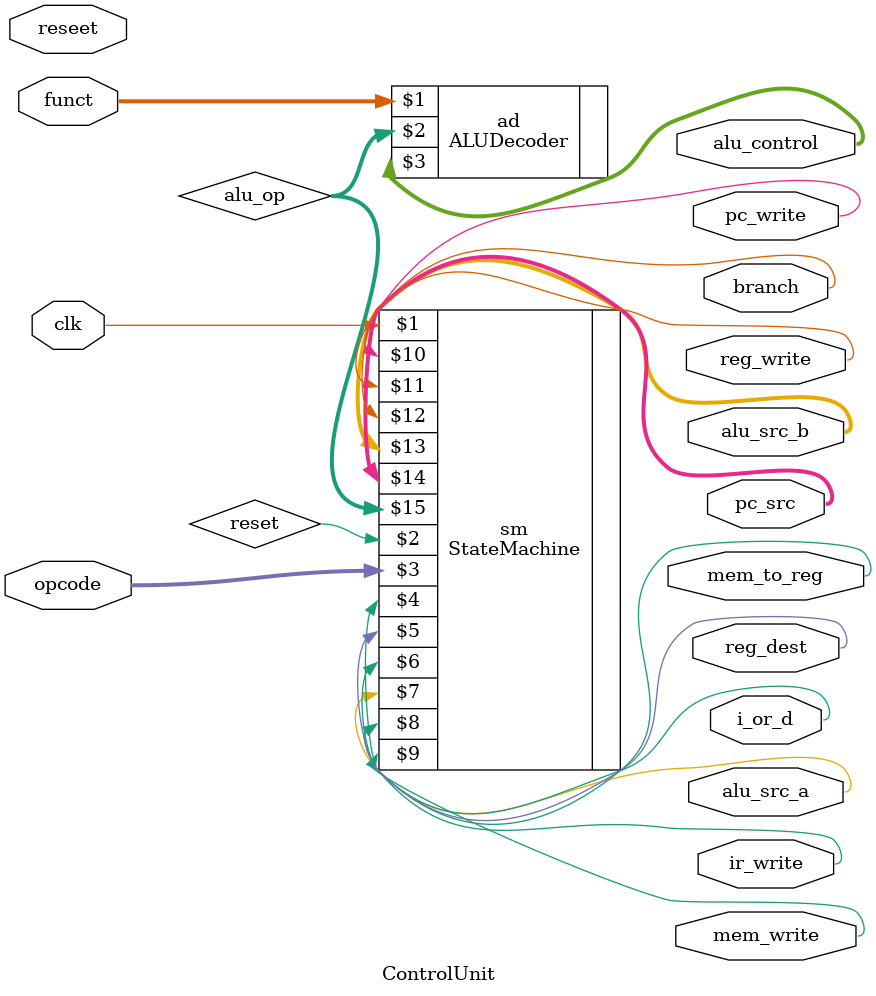
<source format=sv>
module ControlUnit(input logic[5:0] opcode, funct, 
                  input logic clk, reseet, 
                  output logic mem_to_reg, reg_dest, i_or_d, alu_src_a, ir_write, mem_write, pc_write, branch, reg_write,
                  output logic[1:0] alu_src_b, pc_src,
                  output logic[2:0] alu_control);
   
   logic [1:0] alu_op; 
   StateMachine sm(clk, reset, opcode, mem_to_reg, reg_dest, i_or_d, alu_src_a, ir_write, mem_write, pc_write, branch, reg_write, alu_src_b, pc_src, alu_op);
   ALUDecoder ad(funct, alu_op, alu_control);

endmodule

</source>
